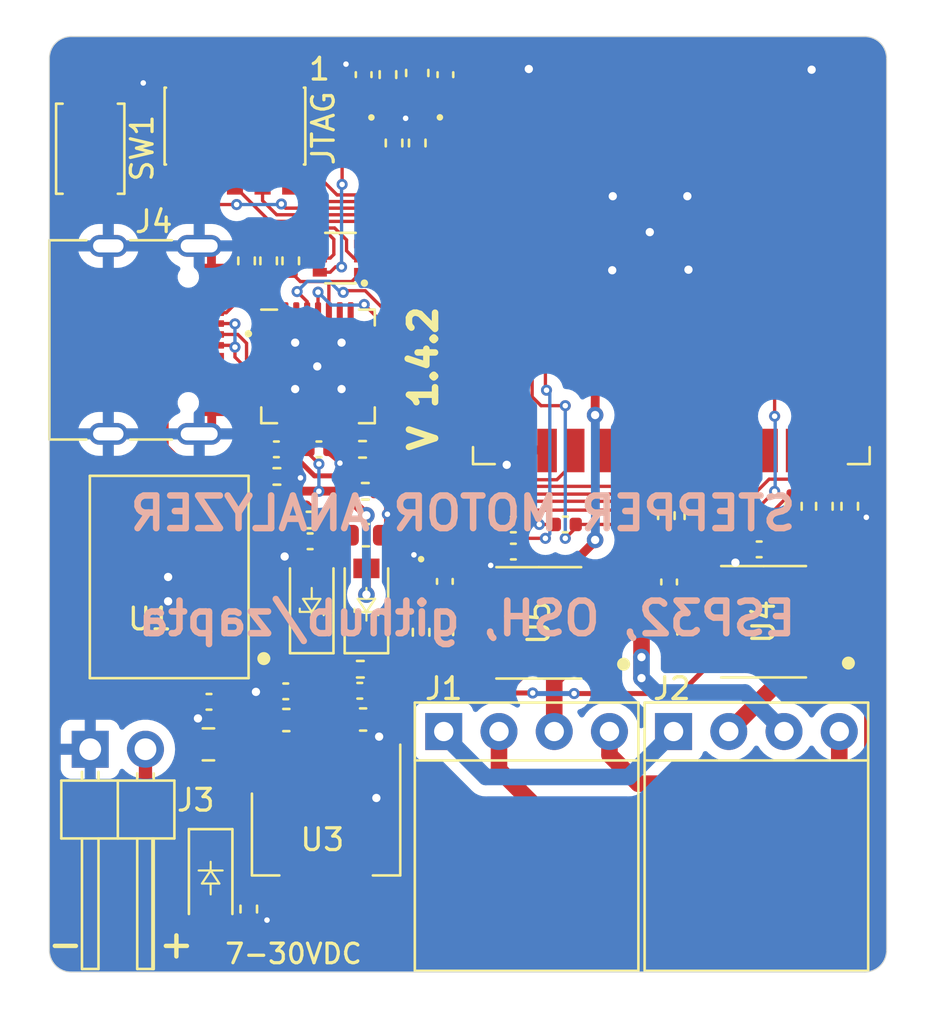
<source format=kicad_pcb>
(kicad_pcb (version 20221018) (generator pcbnew)
  (layers (0 "F.Cu" signal) (31 "B.Cu" signal) (34 "B.Paste" user) (35 "F.Paste" user) (36 "B.SilkS" user "B.Silkscreen") (37 "F.SilkS" user "F.Silkscreen") (38 "B.Mask" user) (39 "F.Mask" user) (44 "Edge.Cuts" user))
  (net 0 "")
  (net 1 "Net-(D6-A)")
  (net 2 "Net-(#FLG02-pwr)")
  (net 3 "Net-(U3-VO)")
  (net 4 "Net-(U4-NC)")
  (net 5 "Net-(U5-NC)")
  (net 6 "Net-(D1-A)")
  (net 7 "Net-(D2-A)")
  (net 8 "Net-(D3-A)")
  (net 9 "GNDD")
  (net 10 "Net-(D4-A)")
  (net 11 "Net-(J1-Pin_1)")
  (net 14 "+3V3")
  (net 15 "Net-(J1-Pin_2)")
  (net 16 "Net-(J1-Pin_3)")
  (net 17 "Net-(J1-Pin_4)")
  (net 18 "Net-(J2-Pin_2)")
  (net 19 "Net-(J2-Pin_3)")
  (net 20 "Net-(J4-CC1)")
  (net 22 "Net-(J4-CC2)")
  (net 26 "Net-(Q1A-B1)")
  (net 27 "Net-(Q1B-B2)")
  (net 28 "Net-(U2-~{RSTb})")
  (net 29 "Net-(U2-RXD)")
  (net 30 "Net-(U2-TXD)")
  (net 31 "Net-(U4-VIOUT)")
  (net 32 "Net-(U5-VIOUT)")
  (net 51 "VBUS")
  (net 52 "EN")
  (net 53 "D+")
  (net 55 "D-")
  (net 57 "ESP_TMS")
  (net 58 "ESP_TCK")
  (net 64 "ESP_TDO")
  (net 65 "ESP_TDI")
  (net 66 "RTS")
  (net 67 "DTR")
  (net 68 "IO0")
  (net 69 "LED1")
  (net 70 "LED2")
  (net 71 "TXD0")
  (net 72 "RXD0")
  (net 73 "CHB")
  (net 74 "CHA")
  (net 75 "CFG1")
  (net 76 "CFG2")
  (net 77 "SWITCH")
  (net 89 "Net-(#FLG03-pwr)")
  (footprint "Capacitor_SMD:C_0402_1005Metric" (layer "F.Cu") (at 10.8712 -12.9032)
    (fp_text reference "C8" hide)
    (fp_text value "100n")
  )
  (footprint "Capacitor_SMD:C_0603_1608Metric" (layer "F.Cu") (at 14.4272 -11.6078 180)
    (fp_text reference "C10" hide)
    (fp_text value "10u")
  )
  (footprint "Capacitor_SMD:C_0402_1005Metric" (layer "F.Cu") (at 14.2748 -12.9286 180)
    (fp_text reference "C11" hide)
    (fp_text value "100n")
  )
  (footprint "Capacitor_SMD:C_0402_1005Metric" (layer "F.Cu") (at 12.3952 -24.0262 180)
    (fp_text reference "C4" hide)
    (fp_text value "100n")
  )
  (footprint "Capacitor_SMD:C_0402_1005Metric" (layer "F.Cu") (at 10.4394 -24.0262)
    (fp_text reference "C7" hide)
    (fp_text value "100n")
  )
  (footprint "Resistor_SMD:R_0402_1005Metric" (layer "F.Cu") (at 17.0942 -15.6188 -90)
    (fp_text reference "R6" hide)
    (fp_text value "5K1")
  )
  (footprint "Resistor_SMD:R_0402_1005Metric" (layer "F.Cu") (at 15.8496 -38.1069 -90)
    (fp_text reference "R1" hide)
    (fp_text value "5K1")
  )
  (footprint "Resistor_SMD:R_0402_1005Metric" (layer "F.Cu") (at 16.9164 -38.1069 -90)
    (fp_text reference "R2" hide)
    (fp_text value "5K1")
  )
  (footprint "Resistor_SMD:R_0402_1005Metric" (layer "F.Cu") (at 14.4018 -24.0262)
    (fp_text reference "R7" hide)
    (fp_text value "5K1")
  )
  (footprint "stepper_monitor:QFN-28-1EP_5x5mm_P0.5mm_EP3.35x3.35mm" (layer "F.Cu") (at 12.3538 -27.838284 -90)
    (fp_text reference "U2" hide)
    (fp_text value "CP2102N-A01-GQFN28")
  )
  (footprint "stepper_monitor:ESP32-WROOM-32U" (layer "F.Cu") (at 28.6004 -32.4268 90)
    (fp_text reference "U6" hide)
    (fp_text value "ESP32-WROOM-32U-N4")
  )
  (footprint "stepper_monitor:USB_C_Receptacle_XKB_U262-16XN-4BVC11" (layer "F.Cu") (at 5.2846 -29.0574 -90)
    (fp_text reference "J4")
    (fp_text value "USB_C_Receptacle_USB2.0")
  )
  (footprint "Resistor_SMD:R_0402_1005Metric" (layer "F.Cu") (at 9.0678 -32.6898 -90)
    (fp_text reference "R4" hide)
    (fp_text value "5K1")
  )
  (footprint "Resistor_SMD:R_0402_1005Metric" (layer "F.Cu") (at 10.4648 -22.7816 180)
    (fp_text reference "R5" hide)
    (fp_text value "5K1")
  )
  (footprint "Capacitor_SMD:C_0402_1005Metric" (layer "F.Cu") (at 32.639 -19.4288)
    (fp_text reference "C14" hide)
    (fp_text value "100n")
  )
  (footprint "stepper_monitor:SOIC-8_3.9x4.9mm_P1.27mm" (layer "F.Cu") (at 32.8422 -16.1014 90)
    (fp_text reference "U4")
    (fp_text value "CC6920BSO-5A")
  )
  (footprint "Resistor_SMD:R_0402_1005Metric" (layer "F.Cu") (at 36.8046 -21.41 -90)
    (fp_text reference "R17" hide)
    (fp_text value "DNP")
  )
  (footprint "Capacitor_SMD:C_0402_1005Metric" (layer "F.Cu") (at 28.4988 -17.9302 -90)
    (fp_text reference "C15" hide)
    (fp_text value "DNP")
  )
  (footprint "Resistor_SMD:R_0402_1005Metric" (layer "F.Cu") (at 28.4988 -15.6696 -90)
    (fp_text reference "R19" hide)
    (fp_text value "1K")
  )
  (footprint "stepper_monitor:connector_4pins_horizontal" (layer "F.Cu") (at 21.9454 -11.056 180)
    (fp_text reference "J1")
    (fp_text value "Conn_01x04_Pin")
  )
  (footprint "stepper_monitor:D_SOD-123" (layer "F.Cu") (at 12.065 -16.9042 90)
    (fp_text reference "D6" hide)
    (fp_text value "B5819W ")
  )
  (footprint "Capacitor_SMD:C_0402_1005Metric" (layer "F.Cu") (at 7.3406 -12.4206)
    (fp_text reference "C2" hide)
    (fp_text value "100n 50V")
  )
  (footprint "Resistor_SMD:R_0402_1005Metric" (layer "F.Cu") (at 14.3002 -13.9192 180)
    (fp_text reference "R16" hide)
    (fp_text value "0R")
  )
  (footprint "stepper_monitor:SOT-223-3_TabPin2" (layer "F.Cu") (at 12.7254 -6.3508 90)
    (fp_text reference "U3")
    (fp_text value "AMS1117-3.3")
  )
  (footprint "Capacitor_SMD:C_0805_2012Metric" (layer "F.Cu") (at 7.3152 -10.4648)
    (fp_text reference "C1" hide)
    (fp_text value "10u 50V")
  )
  (footprint "Capacitor_SMD:C_0402_1005Metric" (layer "F.Cu") (at 14.4526 -41.2494 -90)
    (fp_text reference "C9" hide)
    (fp_text value "2u2")
  )
  (footprint "Resistor_SMD:R_0402_1005Metric" (layer "F.Cu") (at 11.9888 -20.7772)
    (fp_text reference "R8" hide)
    (fp_text value "10K")
  )
  (footprint "Capacitor_SMD:C_0402_1005Metric" (layer "F.Cu") (at 18.1864 -17.9556 -90)
    (fp_text reference "C18" hide)
    (fp_text value "DNP")
  )
  (footprint "Capacitor_SMD:C_0402_1005Metric" (layer "F.Cu") (at 23.7236 -20.574 180)
    (fp_text reference "C16" hide)
    (fp_text value "2n2")
  )
  (footprint "Resistor_SMD:R_0402_1005Metric" (layer "F.Cu") (at 35.6362 -21.41 -90)
    (fp_text reference "R18" hide)
    (fp_text value "DNP")
  )
  (footprint "Resistor_SMD:R_0402_1005Metric" (layer "F.Cu") (at 28.3718 -20.9782 -90)
    (fp_text reference "R15" hide)
    (fp_text value "1K")
  )
  (footprint "stepper_monitor:SW_Push_SPST_NO_Alps_SKRK" (layer "F.Cu") (at 1.8796 -37.8438 -90)
    (fp_text reference "SW1")
    (fp_text value "SW_Push")
  )
  (footprint "stepper_monitor:D2_SOD-123" (layer "F.Cu") (at 7.4168 -4.318 -90)
    (fp_text reference "D3" hide)
    (fp_text value "SM4007PL")
  )
  (footprint "stepper_monitor:Converter_DCDC" (layer "F.Cu") (at 5.2324 -18.1588 90)
    (fp_text reference "U1")
    (fp_text value "5V")
  )
  (footprint "Resistor_SMD:R_0402_1005Metric" (layer "F.Cu") (at 11.0998 -32.6898 -90)
    (fp_text reference "R11" hide)
    (fp_text value "5K1")
  )
  (footprint "Resistor_SMD:R_0402_1005Metric" (layer "F.Cu") (at 9.1694 -2.8956 -90)
    (fp_text reference "R3" hide)
    (fp_text value "200K")
  )
  (footprint "stepper_monitor:LED_0402_1005Metric_Pad0.77x0.64mm_HandSolder" (layer "F.Cu") (at 14.8082 -38.0815 -90)
    (fp_text reference "D1" hide)
    (fp_text value "RED")
  )
  (footprint "Capacitor_SMD:C_0603_1608Metric" (layer "F.Cu") (at 14.5542 -20.0792 180)
    (fp_text reference "C5" hide)
    (fp_text value "10u")
  )
  (footprint "Resistor_SMD:R_0402_1005Metric" (layer "F.Cu") (at 15.5702 -41.2516 90)
    (fp_text reference "R12" hide)
    (fp_text value "10K")
  )
  (footprint "Capacitor_SMD:C_0402_1005Metric" (layer "F.Cu") (at 11.9914 -19.7998)
    (fp_text reference "C3" hide)
    (fp_text value "100n")
  )
  (footprint "Resistor_SMD:R_0402_1005Metric" (layer "F.Cu") (at 29.591 -20.9782 -90)
    (fp_text reference "R14" hide)
    (fp_text value "1K")
  )
  (footprint "stepper_monitor:SOT-363_SC-70-6" (layer "F.Cu") (at 13.3858 -32.8168 90)
    (fp_text reference "Q1" hide)
    (fp_text value "MMDT2222A")
  )
  (footprint "stepper_monitor:LED_0402_1005Metric_Pad0.77x0.64mm_HandSolder" (layer "F.Cu") (at 17.0942 -17.7778 -90)
    (fp_text reference "D4" hide)
    (fp_text value "RED")
  )
  (footprint "Resistor_SMD:R_0402_1005Metric" (layer "F.Cu") (at 14.5288 -22.098 180)
    (fp_text reference "R9" hide)
    (fp_text value "10K")
  )
  (footprint "Resistor_SMD:R_0402_1005Metric" (layer "F.Cu") (at 18.1864 -15.6442 -90)
    (fp_text reference "R20" hide)
    (fp_text value "1K")
  )
  (footprint "stepper_monitor:LED_0402_1005Metric_Pad0.77x0.64mm_HandSolder" (layer "F.Cu") (at 17.9578 -38.0863 -90)
    (fp_text reference "D2" hide)
    (fp_text value "GREEN")
  )
  (footprint "stepper_monitor:PinHeader_1x02_P2.54mm_Horizontal_JLCPCB" (layer "F.Cu") (at 3.1494 -10.241 180)
    (fp_text reference "J3")
    (fp_text value "Conn_01x02_Pin" hide)
  )
  (footprint "stepper_monitor:SOIC-8_3.9x4.9mm_P1.27mm" (layer "F.Cu") (at 22.5044 -16.0506 90)
    (fp_text reference "U5")
    (fp_text value "CC6920BSO-5A")
  )
  (footprint "Capacitor_SMD:C_0402_1005Metric" (layer "F.Cu") (at 21.336 -20.574)
    (fp_text reference "C19" hide)
    (fp_text value "2n2")
  )
  (footprint "Capacitor_SMD:C_0402_1005Metric" (layer "F.Cu") (at 21.336 -19.3272)
    (fp_text reference "C17" hide)
    (fp_text value "100n")
  )
  (footprint "Capacitor_SMD:C_0603_1608Metric" (layer "F.Cu") (at 10.8966 -11.5824)
    (fp_text reference "C6" hide)
    (fp_text value "10u")
  )
  (footprint "Resistor_SMD:R_0402_1005Metric" (layer "F.Cu") (at 34.2138 -21.41 -90)
    (fp_text reference "R13" hide)
    (fp_text value "10K")
  )
  (footprint "Resistor_SMD:R_0402_1005Metric" (layer "F.Cu") (at 10.0838 -32.6898 90)
    (fp_text reference "R10" hide)
    (fp_text value "5K1")
  )
  (footprint "stepper_monitor:PinHeader_2x05_P1.27mm_Vertical_SMD" (layer "F.Cu") (at 8.5344 -38.8852 180)
    (fp_text reference "J5" hide)
    (fp_text value "JTAG")
  )
  (footprint "Capacitor_SMD:C_0402_1005Metric" (layer "F.Cu") (at 18.2118 -41.2474 90)
    (fp_text reference "C13" hide)
    (fp_text value "100n")
  )
  (footprint "stepper_monitor:D_SOD-123" (layer "F.Cu") (at 14.5796 -16.9042 90)
    (fp_text reference "D5" hide)
    (fp_text value "B5819W ")
  )
  (footprint "Capacitor_SMD:C_0603_1608Metric" (layer "F.Cu") (at 16.9164 -41.3258 -90)
    (fp_text reference "C12" hide)
    (fp_text value "10u")
  )
  (footprint "stepper_monitor:connector_4pins_horizontal" (layer "F.Cu") (at 32.512 -11.056 180)
    (fp_text reference "J2")
    (fp_text value "Conn_01x04_Pin" hide)
  )
  (gr_line (start 1 -43) (end 37.5 -43) (stroke (width 0.05)) (layer "Edge.Cuts"))
  (gr_arc (start 0 -42) (mid 0.292893 -42.707107) (end 1 -43) (stroke (width 0.05)) (layer "Edge.Cuts"))
  (gr_arc (start 1 0) (mid 0.292893 -0.292893) (end 0 -1) (stroke (width 0.05)) (layer "Edge.Cuts"))
  (gr_arc (start 37.5 -43) (mid 38.207107 -42.707107) (end 38.5 -42) (stroke (width 0.05)) (layer "Edge.Cuts"))
  (gr_line (start 38.5 -1) (end 38.5 -42) (stroke (width 0.05)) (layer "Edge.Cuts"))
  (gr_line (start 1 0) (end 37.5 0) (stroke (width 0.05)) (layer "Edge.Cuts"))
  (gr_arc (start 38.5 -1) (mid 38.207107 -0.292893) (end 37.5 0) (stroke (width 0.05)) (layer "Edge.Cuts"))
  (gr_line (start 0 -42) (end 0 -1) (stroke (width 0.05)) (layer "Edge.Cuts"))
  (gr_text "STEPPER MOTOR ANALYZER\n\nESP32, OSH, github/zapta" (at 34.4678 -18.669) (layer "B.SilkS") (effects (font (size 1.5 1.5) (thickness 0.3)) (justify left mirror)))
  (gr_text "+" (at 5.842 -1.2954) (layer "F.SilkS") (effects (font (size 1.27 1.27) (thickness 0.2032))))
  (gr_text "V 1.4.2" (at 17.1958 -23.8252 90) (layer "F.SilkS") (effects (font (size 1.2 1.2) (thickness 0.3)) (justify left)))
  (gr_text "7-30VDC" (at 11.2268 -0.8382) (layer "F.SilkS") (effects (font (size 0.9 0.9))))
  (gr_text "1" (at 12.4206 -41.5036) (layer "F.SilkS") (effects (font (size 1 1))))
  (gr_text "-" (at 0.7366 -1.2954) (layer "F.SilkS") (effects (font (size 1.27 1.27) (thickness 0.2032))))
  (gr_text "JTAG" (at 12.5984 -38.7858 90) (layer "F.SilkS") (effects (font (size 1 1))))
  (segment (start 12.4714 -19.7998) (end 12.4714 -18.9606) (width 0.4064) (layer "F.Cu") (net 1))
  (segment (start 12.4714 -18.9606) (end 12.065 -18.5542) (width 0.4064) (layer "F.Cu") (net 1))
  (segment (start 12.4714 -20.763) (end 12.4988 -20.7904) (width 0.3048) (layer "F.Cu") (net 1))
  (segment (start 13.4998 -19.7998) (end 13.7792 -20.0792) (width 0.3048) (layer "F.Cu") (net 1))
  (segment (start 10.0054 -20.6988) (end 8.3518 -20.6988) (width 0.4064) (layer "F.Cu") (net 1))
  (segment (start 10.7726 -21.466) (end 10.0054 -20.6988) (width 0.4064) (layer "F.Cu") (net 1))
  (segment (start 12.4714 -19.7998) (end 13.4998 -19.7998) (width 0.3048) (layer "F.Cu") (net 1))
  (segment (start 12.4988 -20.7904) (end 11.8232 -21.466) (width 0.4064) (layer "F.Cu") (net 1))
  (segment (start 11.8232 -21.466) (end 10.7726 -21.466) (width 0.4064) (layer "F.Cu") (net 1))
  (segment (start 12.4714 -19.7998) (end 12.4714 -20.763) (width 0.4064) (layer "F.Cu") (net 1))
  (segment (start 7.4168 -4.6482) (end 7.4168 -5.968) (width 0.2286) (layer "F.Cu") (net 2))
  (segment (start 9.1694 -3.4056) (end 8.6594 -3.4056) (width 0.2286) (layer "F.Cu") (net 2))
  (segment (start 8.2652 -15.5322) (end 8.3518 -15.6188) (width 0.4064) (layer "F.Cu") (net 2))
  (segment (start 7.4168 -5.968) (end 7.4168 -7.6454) (width 0.6096) (layer "F.Cu") (net 2))
  (segment (start 8.6594 -3.4056) (end 7.4168 -4.6482) (width 0.2286) (layer "F.Cu") (net 2))
  (segment (start 8.2652 -8.4938) (end 8.2652 -10.4648) (width 0.6096) (layer "F.Cu") (net 2))
  (segment (start 8.2652 -10.4648) (end 8.2652 -15.5322) (width 0.6096) (layer "F.Cu") (net 2))
  (segment (start 7.4168 -7.6454) (end 8.2652 -8.4938) (width 0.6096) (layer "F.Cu") (net 2))
  (segment (start 13.7948 -11.7504) (end 13.6522 -11.6078) (width 0.4064) (layer "F.Cu") (net 3))
  (segment (start 12.7254 -11.049) (end 12.7254 -9.5008) (width 0.4064) (layer "F.Cu") (net 3))
  (segment (start 13.6522 -11.6078) (end 13.2842 -11.6078) (width 0.4064) (layer "F.Cu") (net 3))
  (segment (start 13.7948 -12.9286) (end 13.7948 -11.7504) (width 0.4064) (layer "F.Cu") (net 3))
  (segment (start 13.7648 -12.9586) (end 13.7948 -12.9286) (width 0.4064) (layer "F.Cu") (net 3))
  (segment (start 13.2842 -11.6078) (end 12.7254 -11.049) (width 0.4064) (layer "F.Cu") (net 3))
  (segment (start 12.7254 -9.5008) (end 12.7254 -3.2008) (width 0.6096) (layer "F.Cu") (net 3))
  (segment (start 13.7648 -14.0208) (end 13.7648 -12.9586) (width 0.4064) (layer "F.Cu") (net 3))
  (segment (start 29.3624 -16.7364) (end 30.3672 -16.7364) (width 0.1524) (layer "F.Cu") (net 4))
  (segment (start 28.4988 -17.4502) (end 28.6486 -17.4502) (width 0.1524) (layer "F.Cu") (net 4))
  (segment (start 28.6486 -17.4502) (end 29.3624 -16.7364) (width 0.1524) (layer "F.Cu") (net 4))
  (segment (start 18.1864 -17.4756) (end 18.9764 -16.6856) (width 0.1524) (layer "F.Cu") (net 5))
  (segment (start 18.9764 -16.6856) (end 20.0294 -16.6856) (width 0.1524) (layer "F.Cu") (net 5))
  (segment (start 15.8496 -38.6169) (end 15.8496 -38.5504) (width 0.1524) (layer "F.Cu") (net 6))
  (segment (start 15.8496 -38.5504) (end 14.8082 -37.509) (width 0.1524) (layer "F.Cu") (net 6))
  (segment (start 16.9164 -38.5552) (end 17.9578 -37.5138) (width 0.1524) (layer "F.Cu") (net 7))
  (segment (start 16.9164 -38.6169) (end 16.9164 -38.5552) (width 0.1524) (layer "F.Cu") (net 7))
  (segment (start 7.5184 -2.6426) (end 6.5268 -2.6426) (width 0.6096) (layer "F.Cu") (net 8))
  (segment (start 6.5268 -2.6426) (end 4.4194 -4.75) (width 0.6096) (layer "F.Cu") (net 8))
  (segment (start 4.4194 -4.75) (end 4.4194 -10.241) (width 0.6096) (layer "F.Cu") (net 8))
  (segment (start 15.189 -11.5946) (end 15.189 -9.3706) (width 0.6096) (layer "F.Cu") (net 9))
  (segment (start 9.8044 -40.8352) (end 4.3492 -40.8352) (width 0.3048) (layer "F.Cu") (net 9))
  (segment (start 30.7336 -18.0064) (end 32.156 -19.4288) (width 0.1524) (layer "F.Cu") (net 9))
  (segment (start 6.8326 -11.6586) (end 6.8326 -10.9322) (width 0.4064) (layer "F.Cu") (net 9))
  (segment (start 17.3736 -39.243) (end 16.383 -39.243) (width 0.1524) (layer "F.Cu") (net 9))
  (segment (start 29.2376 -18.0064) (end 30.3672 -18.0064) (width 0.1524) (layer "F.Cu") (net 9))
  (segment (start 8.3518 -18.1588) (end 9.7586 -18.1588) (width 0.3048) (layer "F.Cu") (net 9))
  (segment (start 7.4546 -32.2574) (end 8.1254 -32.2574) (width 0.1524) (layer "F.Cu") (net 9))
  (segment (start 36.8046 -20.9) (end 35.6362 -20.9) (width 0.1524) (layer "F.Cu") (net 9))
  (segment (start 6.8326 -11.6586) (end 6.8606 -11.6866) (width 0.4064) (layer "F.Cu") (net 9))
  (segment (start 20.2944 -18.6924) (end 20.2944 -18.2206) (width 0.1524) (layer "F.Cu") (net 9))
  (segment (start 2.8022 -40.8664) (end 4.318 -40.8664) (width 0.1524) (layer "F.Cu") (net 9))
  (segment (start 15.5428 -21.8206) (end 15.5428 -21.0444) (width 0.3048) (layer "F.Cu") (net 9))
  (segment (start 14.7548 -12.2576) (end 15.127 -11.8854) (width 0.3048) (layer "F.Cu") (net 9))
  (segment (start 11.8538 -28.338284) (end 12.3538 -27.838284) (width 0.1524) (layer "F.Cu") (net 9))
  (segment (start 8.1254 -32.2574) (end 9.0678 -33.1998) (width 0.1524) (layer "F.Cu") (net 9))
  (segment (start 17.9578 -38.6588) (end 17.3736 -39.243) (width 0.1524) (layer "F.Cu") (net 9))
  (segment (start 37.1004 -41.508) (end 35.0836 -41.508) (width 0.4064) (layer "F.Cu") (net 9))
  (segment (start 12.8752 -23.7875) (end 12.8752 -24.0262) (width 0.1524) (layer "F.Cu") (net 9))
  (segment (start 10.2362 -25.1184) (end 10.2362 -24.8136) (width 0.1524) (layer "F.Cu") (net 9))
  (segment (start 12.3538 -27.838284) (end 10.2362 -25.720684) (width 0.1524) (layer "F.Cu") (net 9))
  (segment (start 9.1694 -2.3856) (end 10.0056 -2.3856) (width 0.2286) (layer "F.Cu") (net 9))
  (segment (start 11.5114 -19.7998) (end 11.5114 -20.7578) (width 0.3048) (layer "F.Cu") (net 9))
  (segment (start 10.9748 -22.7816) (end 11.480543 -22.7816) (width 0.1524) (layer "F.Cu") (net 9))
  (segment (start 10.1216 -11.6208) (end 9.4996 -12.2428) (width 0.2286) (layer "F.Cu") (net 9))
  (segment (start 17.2898 -41.7274) (end 16.9164 -42.1008) (width 0.1524) (layer "F.Cu") (net 9))
  (segment (start 19.881 -41.7274) (end 18.2118 -41.7274) (width 0.1524) (layer "F.Cu") (net 9))
  (segment (start 5.461 -13.8202) (end 5.461 -17.0416) (width 0.4064) (layer "F.Cu") (net 9))
  (segment (start 18.6664 -17.9556) (end 20.0294 -17.9556) (width 0.1524) (layer "F.Cu") (net 9))
  (segment (start 5.461 -18.1588) (end 8.3518 -18.1588) (width 0.4064) (layer "F.Cu") (net 9))
  (segment (start 18.1864 -18.4356) (end 18.6664 -17.9556) (width 0.1524) (layer "F.Cu") (net 9))
  (segment (start 9.525 -12.9032) (end 9.4996 -12.8778) (width 0.2286) (layer "F.Cu") (net 9))
  (segment (start 6.8606 -11.6866) (end 6.8606 -12.4206) (width 0.4064) (layer "F.Cu") (net 9))
  (segment (start 9.7312 -18.0196) (end 11.5114 -19.7998) (width 0.3048) (layer "F.Cu") (net 9))
  (segment (start 14.7548 -12.9286) (end 14.7548 -12.2576) (width 0.3048) (layer "F.Cu") (net 9))
  (segment (start 15.0388 -22.098) (end 15.2654 -22.098) (width 0.3048) (layer "F.Cu") (net 9))
  (segment (start 20.1004 -41.508) (end 19.881 -41.7274) (width 0.1524) (layer "F.Cu") (net 9))
  (segment (start 18.2118 -41.7274) (end 17.2898 -41.7274) (width 0.1524) (layer "F.Cu") (net 9))
  (segment (start 4.3492 -40.8352) (end 4.318 -40.8664) (width 0.2286) (layer "F.Cu") (net 9))
  (segment (start 17.0942 -18.3503) (end 16.764 -18.6805) (width 0.1524) (layer "F.Cu") (net 9))
  (segment (start 10.1216 -11.5824) (end 10.1216 -11.6208) (width 0.2286) (layer "F.Cu") (net 9))
  (segment (start 11.093884 -28.338284) (end 11.8538 -28.338284) (width 0.1524) (layer "F.Cu") (net 9))
  (segment (start 5.461 -18.1588) (end 5.461 -17.0416) (width 0.4064) (layer "F.Cu") (net 9))
  (segment (start 15.2022 -11.6078) (end 15.189 -11.5946) (width 0.6096) (layer "F.Cu") (net 9))
  (segment (start 30.3672 -18.0064) (end 30.7336 -18.0064) (width 0.1524) (layer "F.Cu") (net 9))
  (segment (start 2.6718 -18.1588) (end 5.461 -18.1588) (width 0.4064) (layer "F.Cu") (net 9))
  (segment (start 15.5428 -21.0444) (end 15.5428 -20.2928) (width 0.3048) (layer "F.Cu") (net 9))
  (segment (start 23.2436 -20.574) (end 22.5298 -20.574) (width 0.1524) (layer "F.Cu") (net 9))
  (segment (start 6.8326 -10.9322) (end 6.3652 -10.4648) (width 0.4064) (layer "F.Cu") (net 9))
  (segment (start 28.8338 -18.4102) (end 29.2376 -18.0064) (width 0.1524) (layer "F.Cu") (net 9))
  (segment (start 20.2944 -18.2206) (end 20.0294 -17.9556) (width 0.1524) (layer "F.Cu") (net 9))
  (segment (start 10.0056 -2.3856) (end 10.0076 -2.3876) (width 0.2286) (layer "F.Cu") (net 9))
  (segment (start 11.5114 -20.7578) (end 11.4788 -20.7904) (width 0.3048) (layer "F.Cu") (net 9))
  (segment (start 9.9038 -28.338284) (end 11.093884 -28.338284) (width 0.1524) (layer "F.Cu") (net 9))
  (segment (start 11.480543 -22.7816) (end 11.547043 -22.7151) (width 0.1524) (layer "F.Cu") (net 9))
  (segment (start 13.6424 -41.7294) (end 13.6396 -41.7322) (width 0.1524) (layer "F.Cu") (net 9))
  (segment (start 35.0836 -41.508) (end 35.0518 -41.4762) (width 0.2286) (layer "F.Cu") (net 9))
  (segment (start 15.5428 -20.2928) (end 15.3292 -20.0792) (width 0.3048) (layer "F.Cu") (net 9))
  (segment (start 32.156 -19.4288) (end 32.159 -19.4288) (width 0.1524) (layer "F.Cu") (net 9))
  (segment (start 1.8796 -39.9438) (end 2.8022 -40.8664) (width 0.1524) (layer "F.Cu") (net 9))
  (segment (start 7.161 -33.3774) (end 7.4546 -33.0838) (width 0.4064) (layer "F.Cu") (net 9))
  (segment (start 10.2362 -25.720684) (end 10.2362 -25.1184) (width 0.1524) (layer "F.Cu") (net 9))
  (segment (start 37.5646 -20.9) (end 37.5666 -20.902) (width 0.1524) (layer "F.Cu") (net 9))
  (segment (start 22.8854 -23.998) (end 21.7142 -23.998) (width 0.4064) (layer "F.Cu") (net 9))
  (segment (start 21.7142 -23.998) (end 21.0312 -23.315) (width 0.4064) (layer "F.Cu") (net 9))
  (segment (start 13.3604 -23.3934) (end 12.8752 -23.7875) (width 0.1524) (layer "F.Cu") (net 9))
  (segment (start 15.0368 -8.001) (end 15.0254 -8.114) (width 0.6096) (layer "F.Cu") (net 9))
  (segment (start 14.4526 -41.7294) (end 13.6424 -41.7294) (width 0.1524) (layer "F.Cu") (net 9))
  (segment (start 6.8606 -12.4206) (end 5.461 -13.8202) (width 0.4064) (layer "F.Cu") (net 9))
  (segment (start 15.2654 -22.098) (end 15.5428 -21.8206) (width 0.3048) (layer "F.Cu") (net 9))
  (segment (start 15.3972 -39.243) (end 16.383 -39.243) (width 0.1524) (layer "F.Cu") (net 9))
  (segment (start 10.3912 -12.9032) (end 9.525 -12.9032) (width 0.2286) (layer "F.Cu") (net 9))
  (segment (start 6.8896 -33.3774) (end 7.161 -33.3774) (width 0.4064) (layer "F.Cu") (net 9))
  (segment (start 20.856 -19.3272) (end 20.856 -19.254) (width 0.1524) (layer "F.Cu") (net 9))
  (segment (start 15.0254 -8.114) (end 15.0254 -9.5008) (width 0.6096) (layer "F.Cu") (net 9))
  (segment (start 22.5298 -20.574) (end 21.816 -20.574) (width 0.1524) (layer "F.Cu") (net 9))
  (segment (start 10.2362 -24.8136) (end 10.894 -24.1558) (width 0.1524) (layer "F.Cu") (net 9))
  (segment (start 7.4546 -33.0838) (end 7.4546 -32.2574) (width 0.4064) (layer "F.Cu") (net 9))
  (segment (start 16.764 -18.6805) (end 16.764 -19.177) (width 0.1524) (layer "F.Cu") (net 9))
  (segment (start 7.4674 -25.1129) (end 7.4674 -25.5815) (width 0.4064) (layer "F.Cu") (net 9))
  (segment (start 36.8046 -20.9) (end 37.5646 -20.9) (width 0.1524) (layer "F.Cu") (net 9))
  (segment (start 20.1004 -41.508) (end 22.047 -41.508) (width 0.4064) (layer "F.Cu") (net 9))
  (segment (start 10.894 -24.1558) (end 10.894 -24.0516) (width 0.1524) (layer "F.Cu") (net 9))
  (segment (start 20.856 -19.254) (end 20.2944 -18.6924) (width 0.1524) (layer "F.Cu") (net 9))
  (segment (start 9.4996 -12.2428) (end 9.4996 -12.8778) (width 0.2286) (layer "F.Cu") (net 9))
  (segment (start 14.8082 -38.654) (end 15.3972 -39.243) (width 0.1524) (layer "F.Cu") (net 9))
  (segment (start 28.4988 -18.4102) (end 28.8338 -18.4102) (width 0.1524) (layer "F.Cu") (net 9))
  (via (at 11.303 -28.9306) (size 0.762) (drill 0.381) (layers "F.Cu" "B.Cu") (net 9))
  (via (at 6.8326 -11.6586) (size 0.762) (drill 0.381) (layers "F.Cu" "B.Cu") (net 9))
  (via (at 13.4366 -28.9306) (size 0.762) (drill 0.381) (layers "F.Cu" "B.Cu") (net 9))
  (via (at 13.3604 -23.3934) (size 0.508) (drill 0.254) (layers "F.Cu" "B.Cu") (net 9))
  (via (at 31.5466 -18.8194) (size 0.762) (drill 0.381) (layers "F.Cu" "B.Cu") (net 9))
  (via (at 15.0368 -8.001) (size 0.762) (drill 0.381) (layers "F.Cu" "B.Cu") (net 9))
  (via (at 13.6396 -41.7322) (size 0.508) (drill 0.254) (layers "F.Cu" "B.Cu") (net 9))
  (via (at 29.3878 -32.2834) (size 0.762) (drill 0.381) (layers "F.Cu" "B.Cu") (net 9))
  (via (at 16.764 -19.177) (size 0.508) (drill 0.254) (layers "F.Cu" "B.Cu") (net 9))
  (via (at 25.8826 -32.258) (size 0.762) (drill 0.381) (layers "F.Cu" "B.Cu") (net 9))
  (via (at 10.0076 -2.3876) (size 0.508) (drill 0.254) (layers "F.Cu" "B.Cu") (net 9))
  (via (at 12.319 -27.8384) (size 0.762) (drill 0.381) (layers "F.Cu" "B.Cu") (net 9))
  (via (at 13.4366 -26.797) (size 0.762) (drill 0.381) (layers "F.Cu" "B.Cu") (net 9))
  (via (at 11.547043 -22.7151) (size 0.508) (drill 0.254) (layers "F.Cu" "B.Cu") (net 9))
  (via (at 29.337 -35.6616) (size 0.762) (drill 0.381) (layers "F.Cu" "B.Cu") (net 9))
  (via (at 35.0518 -41.4762) (size 0.762) (drill 0.381) (layers "F.Cu" "B.Cu") (net 9))
  (via (at 25.908 -35.6616) (size 0.762) (drill 0.381) (layers "F.Cu" "B.Cu") (net 9))
  (via (at 10.8204 -19.1008) (size 0.762) (drill 0.381) (layers "F.Cu" "B.Cu") (net 9))
  (via (at 16.383 -39.243) (size 0.508) (drill 0.254) (layers "F.Cu" "B.Cu") (net 9))
  (via (at 21.0312 -23.315) (size 0.762) (drill 0.381) (layers "F.Cu" "B.Cu") (net 9))
  (via (at 15.1638 -10.8204) (size 0.762) (drill 0.381) (layers "F.Cu" "B.Cu") (net 9))
  (via (at 4.318 -40.8664) (size 0.762) (drill 0.254) (layers "F.Cu" "B.Cu") (net 9))
  (via (at 5.461 -17.0416) (size 0.762) (drill 0.381) (layers "F.Cu" "B.Cu") (net 9))
  (via (at 15.5428 -21.0444) (size 0.508) (drill 0.254) (layers "F.Cu" "B.Cu") (net 9))
  (via (at 22.5298 -20.574) (size 0.508) (drill 0.254) (layers "F.Cu" "B.Cu") (net 9))
  (via (at 9.4996 -12.8778) (size 0.762) (drill 0.381) (layers "F.Cu" "B.Cu") (net 9))
  (via (at 37.5666 -20.902) (size 0.508) (drill 0.254) (layers "F.Cu" "B.Cu") (net 9))
  (via (at 5.461 -18.1588) (size 0.762) (drill 0.381) (layers "F.Cu" "B.Cu") (net 9))
  (via (at 22.047 -41.508) (size 0.762) (drill 0.381) (layers "F.Cu" "B.Cu") (net 9))
  (via (at 20.2944 -18.6924) (size 0.508) (drill 0.254) (layers "F.Cu" "B.Cu") (net 9))
  (via (at 11.303 -26.797) (size 0.762) (drill 0.381) (layers "F.Cu" "B.Cu") (net 9))
  (via (at 27.6098 -34.0106) (size 0.762) (drill 0.381) (layers "F.Cu" "B.Cu") (net 9))
  (segment (start 17.0942 -17.2053) (end 17.0942 -16.1288) (width 0.1524) (layer "F.Cu") (net 10))
  (segment (start 18.1354 -10.8968) (end 18.1354 -11.056) (width 0.762) (layer "B.Cu") (net 11))
  (segment (start 26.6446 -8.9662) (end 20.066 -8.9662) (width 0.762) (layer "B.Cu") (net 11))
  (segment (start 28.702 -11.056) (end 28.702 -11.0236) (width 0.762) (layer "B.Cu") (net 11))
  (segment (start 20.066 -8.9662) (end 18.1354 -10.8968) (width 0.762) (layer "B.Cu") (net 11))
  (segment (start 28.702 -11.0236) (end 26.6446 -8.9662) (width 0.762) (layer "B.Cu") (net 11))
  (segment (start 14.7848 -14.0208) (end 16.2052 -14.0208) (width 0.4064) (layer "F.Cu") (net 14))
  (segment (start 30.3672 -14.162) (end 29.0068 -12.8016) (width 0.2286) (layer "F.Cu") (net 14))
  (segment (start 10.5638 -23.4218) (end 11.576017 -23.4218) (width 0.2286) (layer "F.Cu") (net 14))
  (segment (start 9.9038 -26.338284) (end 9.9038 -26.0052) (width 0.2286) (layer "F.Cu") (net 14))
  (segment (start 15.7056 -41.7616) (end 15.5702 -41.7616) (width 0.3048) (layer "F.Cu") (net 14))
  (segment (start 25.1204 -29.8176) (end 23.7998 -31.1382) (width 0.4064) (layer "F.Cu") (net 14))
  (segment (start 32.0802 -15.1892) (end 32.0802 -17.727) (width 0.2286) (layer "F.Cu") (net 14))
  (segment (start 25.0952 -25.6032) (end 25.1204 -29.8176) (width 0.4064) (layer "F.Cu") (net 14))
  (segment (start 16.2052 -15.1088) (end 17.0942 -15.1088) (width 0.1524) (layer "F.Cu") (net 14))
  (segment (start 34.2138 -20.5236) (end 34.2138 -20.9) (width 0.1524) (layer "F.Cu") (net 14))
  (segment (start 20.1004 -40.238) (end 18.7412 -40.238) (width 0.3048) (layer "F.Cu") (net 14))
  (segment (start 18.4284 -40.5508) (end 16.9164 -40.5508) (width 0.3048) (layer "F.Cu") (net 14))
  (segment (start 23.7998 -37.945) (end 21.5068 -40.238) (width 0.4064) (layer "F.Cu") (net 14))
  (segment (start 16.2052 -14.0208) (end 16.8148 -13.4112) (width 0.4064) (layer "F.Cu") (net 14))
  (segment (start 30.3672 -14.1964) (end 31.0874 -14.1964) (width 0.3048) (layer "F.Cu") (net 14))
  (segment (start 16.8148 -13.4112) (end 21.463 -13.4112) (width 0.4064) (layer "F.Cu") (net 14))
  (segment (start 16.9164 -40.5508) (end 15.7056 -41.7616) (width 0.3048) (layer "F.Cu") (net 14))
  (segment (start 25.0952 -19.812) (end 25.0952 -19.8628) (width 0.4064) (layer "F.Cu") (net 14))
  (segment (start 32.0802 -17.727) (end 33.119 -18.7658) (width 0.2286) (layer "F.Cu") (net 14))
  (segment (start 21.816 -15.0578) (end 21.816 -19.3272) (width 0.2286) (layer "F.Cu") (net 14))
  (segment (start 12.190817 -22.807) (end 15.8772 -22.807) (width 0.2286) (layer "F.Cu") (net 14))
  (segment (start 20.0294 -14.1456) (end 20.9038 -14.1456) (width 0.1524) (layer "F.Cu") (net 14))
  (segment (start 14.9118 -22.8304) (end 14.9098 -22.8324) (width 0.1524) (layer "F.Cu") (net 14))
  (segment (start 23.2156 -17.9324) (end 25.0952 -19.812) (width 0.4064) (layer "F.Cu") (net 14))
  (segment (start 20.1422 -12.827) (end 22.225 -12.827) (width 0.2286) (layer "F.Cu") (net 14))
  (segment (start 21.5068 -40.238) (end 20.1004 -40.238) (width 0.4064) (layer "F.Cu") (net 14))
  (segment (start 20.0294 -14.1456) (end 20.0294 -13.4112) (width 0.2286) (layer "F.Cu") (net 14))
  (segment (start 11.576017 -23.4218) (end 12.190817 -22.807) (width 0.2286) (layer "F.Cu") (net 14))
  (segment (start 33.119 -18.7658) (end 33.119 -19.4288) (width 0.2286) (layer "F.Cu") (net 14))
  (segment (start 29.0068 -12.8016) (end 24.13 -12.8016) (width 0.2286) (layer "F.Cu") (net 14))
  (segment (start 14.9098 -22.8324) (end 14.9098 -24.0242) (width 0.2286) (layer "F.Cu") (net 14))
  (segment (start 33.119 -19.4288) (end 34.2138 -20.5236) (width 0.1524) (layer "F.Cu") (net 14))
  (segment (start 18.7412 -40.238) (end 18.4284 -40.5508) (width 0.3048) (layer "F.Cu") (net 14))
  (segment (start 20.0294 -12.9398) (end 20.1422 -12.827) (width 0.2286) (layer "F.Cu") (net 14))
  (segment (start 21.463 -13.4112) (end 23.2156 -15.1638) (width 0.4064) (layer "F.Cu") (net 14))
  (segment (start 9.9594 -24.0262) (end 10.5638 -23.4218) (width 0.2286) (layer "F.Cu") (net 14))
  (segment (start 16.2052 -22.479) (end 15.8772 -22.807) (width 0.2286) (layer "F.Cu") (net 14))
  (segment (start 20.0294 -13.4112) (end 20.0294 -12.9398) (width 0.2286) (layer "F.Cu") (net 14))
  (segment (start 14.9098 -24.0242) (end 14.9118 -24.0262) (width 0.1524) (layer "F.Cu") (net 14))
  (segment (start 9.5504 -25.6518) (end 9.5504 -24.4072) (width 0.2286) (layer "F.Cu") (net 14))
  (segment (start 23.2156 -15.1638) (end 23.2156 -17.9324) (width 0.4064) (layer "F.Cu") (net 14))
  (segment (start 9.9038 -26.0052) (end 9.5504 -25.6518) (width 0.2286) (layer "F.Cu") (net 14))
  (segment (start 31.0874 -14.1964) (end 32.0802 -15.1892) (width 0.2286) (layer "F.Cu") (net 14))
  (segment (start 16.2052 -22.479) (end 16.2052 -14.0208) (width 0.2286) (layer "F.Cu") (net 14))
  (segment (start 30.3672 -14.1964) (end 30.3672 -14.162) (width 0.2286) (layer "F.Cu") (net 14))
  (segment (start 9.9038 -26.838284) (end 9.9038 -26.338284) (width 0.2286) (layer "F.Cu") (net 14))
  (segment (start 23.7998 -31.1382) (end 23.7998 -37.945) (width 0.4064) (layer "F.Cu") (net 14))
  (segment (start 9.5504 -24.4072) (end 9.9314 -24.0262) (width 0.2286) (layer "F.Cu") (net 14))
  (segment (start 20.9038 -14.1456) (end 21.816 -15.0578) (width 0.2286) (layer "F.Cu") (net 14))
  (via (at 24.13 -12.8016) (size 0.508) (drill 0.254) (layers "F.Cu" "B.Cu") (net 14))
  (via (at 25.0952 -19.8628) (size 0.762) (drill 0.381) (layers "F.Cu" "B.Cu") (net 14))
  (via (at 22.225 -12.827) (size 0.508) (drill 0.254) (layers "F.Cu" "B.Cu") (net 14))
  (via (at 25.0952 -25.6032) (size 0.762) (drill 0.381) (layers "F.Cu" "B.Cu") (net 14))
  (segment (start 25.1066 -19.8742) (end 25.0952 -19.8628) (width 0.4064) (layer "B.Cu") (net 14))
  (segment (start 25.1066 -25.5918) (end 25.1066 -19.8742) (width 0.4064) (layer "B.Cu") (net 14))
  (segment (start 24.13 -12.8016) (end 22.2504 -12.8016) (width 0.2286) (layer "B.Cu") (net 14))
  (segment (start 22.2504 -12.8016) (end 22.225 -12.827) (width 0.2286) (layer "B.Cu") (net 14))
  (segment (start 25.0952 -25.6032) (end 25.1066 -25.5918) (width 0.4064) (layer "B.Cu") (net 14))
  (segment (start 36.2204 -14.1964) (end 37.8458 -12.571) (width 0.762) (layer "F.Cu") (net 15))
  (segment (start 35.3172 -14.1964) (end 36.2204 -14.1964) (width 0.762) (layer "F.Cu") (net 15))
  (segment (start 37.8458 -9.269) (end 36.0424 -7.4656) (width 0.762) (layer "F.Cu") (net 15))
  (segment (start 35.3172 -15.4664) (end 35.3172 -14.1964) (width 0.762) (layer "F.Cu") (net 15))
  (segment (start 22.5042 -7.4656) (end 20.6754 -9.2944) (width 0.762) (layer "F.Cu") (net 15))
  (segment (start 37.8458 -12.571) (end 37.8458 -9.269) (width 0.762) (layer "F.Cu") (net 15))
  (segment (start 20.6754 -9.2944) (end 20.6754 -11.056) (width 0.762) (layer "F.Cu") (net 15))
  (segment (start 36.0424 -7.4656) (end 22.5042 -7.4656) (width 0.762) (layer "F.Cu") (net 15))
  (segment (start 23.2154 -13.485) (end 23.2154 -11.056) (width 0.762) (layer "F.Cu") (net 16))
  (segment (start 24.9794 -15.4156) (end 24.9794 -14.1456) (width 0.762) (layer "F.Cu") (net 16))
  (segment (start 23.876 -14.1456) (end 23.2154 -13.485) (width 0.762) (layer "F.Cu") (net 16))
  (segment (start 24.9794 -14.1456) (end 23.876 -14.1456) (width 0.762) (layer "F.Cu") (net 16))
  (segment (start 27.0764 -8.6592) (end 35.4584 -8.6592) (width 0.762) (layer "F.Cu") (net 17))
  (segment (start 35.4584 -8.6592) (end 36.322 -9.5228) (width 0.762) (layer "F.Cu") (net 17))
  (segment (start 25.7554 -9.9802) (end 27.0764 -8.6592) (width 0.762) (layer "F.Cu") (net 17))
  (segment (start 36.322 -9.5228) (end 36.322 -11.056) (width 0.762) (layer "F.Cu") (net 17))
  (segment (start 25.7554 -11.056) (end 25.7554 -9.9802) (width 0.762) (layer "F.Cu") (net 17))
  (segment (start 33.2994 -15.7966) (end 33.2994 -13.1134) (width 0.762) (layer "F.Cu") (net 18))
  (segment (start 34.2392 -16.7364) (end 33.2994 -15.7966) (width 0.762) (layer "F.Cu") (net 18))
  (segment (start 35.3172 -18.0064) (end 35.3172 -16.7364) (width 0.762) (layer "F.Cu") (net 18))
  (segment (start 35.3172 -16.7364) (end 34.2392 -16.7364) (width 0.762) (layer "F.Cu") (net 18))
  (segment (start 33.2994 -13.1134) (end 31.242 -11.056) (width 0.762) (layer "F.Cu") (net 18))
  (segment (start 24.9794 -16.6856) (end 26.2382 -16.6856) (width 0.762) (layer "F.Cu") (net 19))
  (segment (start 26.2382 -16.6856) (end 27.2288 -15.695) (width 0.762) (layer "F.Cu") (net 19))
  (segment (start 24.9794 -17.9556) (end 24.9794 -16.6856) (width 0.762) (layer "F.Cu") (net 19))
  (segment (start 27.2288 -15.695) (end 27.2288 -13.5106) (width 0.762) (layer "F.Cu") (net 19))
  (via (at 27.2288 -13.5106) (size 0.762) (drill 0.381) (layers "F.Cu" "B.Cu") (net 19))
  (via (at 27.2288 -14.4758) (size 0.762) (drill 0.381) (layers "F.Cu" "B.Cu") (net 19))
  (segment (start 27.2288 -13.5106) (end 27.8892 -12.8502) (width 0.762) (layer "B.Cu") (net 19))
  (segment (start 27.2288 -14.4758) (end 27.2288 -13.5106) (width 0.762) (layer "B.Cu") (net 19))
  (segment (start 27.8892 -12.8502) (end 31.9878 -12.8502) (width 0.762) (layer "B.Cu") (net 19))
  (segment (start 31.9878 -12.8502) (end 33.782 -11.056) (width 0.762) (layer "B.Cu") (net 19))
  (segment (start 9.0678 -31.2384) (end 9.0678 -32.1798) (width 0.1524) (layer "F.Cu") (net 20))
  (segment (start 7.4546 -30.3074) (end 8.1368 -30.3074) (width 0.1524) (layer "F.Cu") (net 20))
  (segment (start 8.1368 -30.3074) (end 9.0678 -31.2384) (width 0.1524) (layer "F.Cu") (net 20))
  (segment (start 8.89 -23.8464) (end 8.89 -26.5542) (width 0.1524) (layer "F.Cu") (net 22))
  (segment (start 9.9548 -22.7816) (end 8.89 -23.8464) (width 0.1524) (layer "F.Cu") (net 22))
  (segment (start 8.1368 -27.3074) (end 7.4546 -27.3074) (width 0.1524) (layer "F.Cu") (net 22))
  (segment (start 8.89 -26.5542) (end 8.1368 -27.3074) (width 0.1524) (layer "F.Cu") (net 22))
  (segment (start 13.119045 -34.199701) (end 11.083701 -34.199701) (width 0.1524) (layer "F.Cu") (net 26))
  (segment (start 11.083701 -34.199701) (end 10.0838 -33.1998) (width 0.1524) (layer "F.Cu") (net 26))
  (segment (start 14.3358 -32.8168) (end 14.0036 -32.8168) (width 0.1524) (layer "F.Cu") (net 26))
  (segment (start 13.6652 -33.653546) (end 13.119045 -34.199701) (width 0.1524) (layer "F.Cu") (net 26))
  (segment (start 14.0036 -32.8168) (end 13.6652 -33.1552) (width 0.1524) (layer "F.Cu") (net 26))
  (segment (start 13.6652 -33.1552) (end 13.6652 -33.653546) (width 0.1524) (layer "F.Cu") (net 26))
  (segment (start 13.081 -32.9846) (end 12.9132 -32.8168) (width 0.1524) (layer "F.Cu") (net 27))
  (segment (start 11.7954 -33.8954) (end 12.866 -33.8954) (width 0.1524) (layer "F.Cu") (net 27))
  (segment (start 11.0998 -33.1998) (end 11.7954 -33.8954) (width 0.1524) (layer "F.Cu") (net 27))
  (segment (start 13.081 -33.6804) (end 13.081 -32.9846) (width 0.1524) (layer "F.Cu") (net 27))
  (segment (start 12.866 -33.8954) (end 13.081 -33.6804) (width 0.1524) (layer "F.Cu") (net 27))
  (segment (start 12.9132 -32.8168) (end 12.4358 -32.8168) (width 0.1524) (layer "F.Cu") (net 27))
  (segment (start 13.2334 -24.6358) (end 13.6632 -24.206) (width 0.1524) (layer "F.Cu") (net 28))
  (segment (start 11.6586 -24.6358) (end 13.2334 -24.6358) (width 0.1524) (layer "F.Cu") (net 28))
  (segment (start 11.3538 -24.9406) (end 11.6586 -24.6358) (width 0.1524) (layer "F.Cu") (net 28))
  (segment (start 13.6632 -24.206) (end 13.6632 -24.0008) (width 0.1524) (layer "F.Cu") (net 28))
  (segment (start 11.3538 -25.388284) (end 11.3538 -24.9406) (width 0.1524) (layer "F.Cu") (net 28))
  (segment (start 26.1366 -21.2322) (end 27.5844 -19.7844) (width 0.1524) (layer "F.Cu") (net 29))
  (segment (start 15.5324 -29.6926) (end 15.4686 -29.6926) (width 0.1524) (layer "F.Cu") (net 29))
  (segment (start 28.9072 -19.7844) (end 29.591 -20.4682) (width 0.1524) (layer "F.Cu") (net 29))
  (segment (start 15.5324 -24.3434) (end 18.6436 -21.2322) (width 0.1524) (layer "F.Cu") (net 29))
  (segment (start 12.3538 -30.338284) (end 12.3538 -31.2514) (width 0.1524) (layer "F.Cu") (net 29))
  (segment (start 18.6436 -21.2322) (end 26.1366 -21.2322) (width 0.1524) (layer "F.Cu") (net 29))
  (segment (start 27.5844 -19.7844) (end 28.9072 -19.7844) (width 0.1524) (layer "F.Cu") (net 29))
  (segment (start 15.4686 -29.6926) (end 14.478 -30.6832) (width 0.1524) (layer "F.Cu") (net 29))
  (segment (start 15.5324 -29.6926) (end 15.5324 -24.3434) (width 0.1524) (layer "F.Cu") (net 29))
  (via (at 14.478 -30.6832) (size 0.508) (drill 0.254) (layers "F.Cu" "B.Cu") (net 29))
  (via (at 12.3538 -31.2514) (size 0.508) (drill 0.254) (layers "F.Cu" "B.Cu") (net 29))
  (segment (start 14.4526 -30.6578) (end 14.478 -30.6832) (width 0.1524) (layer "B.Cu") (net 29))
  (segment (start 12.3604 -31.2514) (end 12.954 -30.6578) (width 0.1524) (layer "B.Cu") (net 29))
  (segment (start 12.3538 -31.2514) (end 12.3604 -31.2514) (width 0.1524) (layer "B.Cu") (net 29))
  (segment (start 12.954 -30.6578) (end 14.4526 -30.6578) (width 0.1524) (layer "B.Cu") (net 29))
  (segment (start 16.0274 -29.815593) (end 14.524793 -31.3182) (width 0.1524) (layer "F.Cu") (net 30))
  (segment (start 11.8538 -30.338284) (end 11.8538 -30.818095) (width 0.1524) (layer "F.Cu") (net 30))
  (segment (start 28.3718 -20.4682) (end 27.561 -20.4682) (width 0.1524) (layer "F.Cu") (net 30))
  (segment (start 18.669 -21.6386) (end 16.0274 -24.2802) (width 0.1524) (layer "F.Cu") (net 30))
  (segment (start 14.524793 -31.3182) (end 13.5128 -31.3182) (width 0.1524) (layer "F.Cu") (net 30))
  (segment (start 11.8538 -30.818095) (end 11.392093 -31.279802) (width 0.1524) (layer "F.Cu") (net 30))
  (segment (start 16.0274 -24.2802) (end 16.0274 -29.815593) (width 0.1524) (layer "F.Cu") (net 30))
  (segment (start 27.561 -20.4682) (end 26.3906 -21.6386) (width 0.1524) (layer "F.Cu") (net 30))
  (segment (start 26.3906 -21.6386) (end 18.669 -21.6386) (width 0.1524) (layer "F.Cu") (net 30))
  (via (at 11.392093 -31.279802) (size 0.508) (drill 0.254) (layers "F.Cu" "B.Cu") (net 30))
  (via (at 13.5128 -31.242) (size 0.508) (drill 0.254) (layers "F.Cu" "B.Cu") (net 30))
  (segment (start 11.862291 -31.75) (end 11.392093 -31.279802) (width 0.1524) (layer "B.Cu") (net 30))
  (segment (start 13.3858 -31.242) (end 12.8778 -31.75) (width 0.1524) (layer "B.Cu") (net 30))
  (segment (start 13.5128 -31.242) (end 13.3858 -31.242) (width 0.1524) (layer "B.Cu") (net 30))
  (segment (start 12.8778 -31.75) (end 11.862291 -31.75) (width 0.1524) (layer "B.Cu") (net 30))
  (segment (start 28.4988 -15.1596) (end 28.9348 -15.5956) (width 0.1524) (layer "F.Cu") (net 31))
  (segment (start 30.238 -15.5956) (end 30.3672 -15.4664) (width 0.1524) (layer "F.Cu") (net 31))
  (segment (start 28.9348 -15.5956) (end 30.238 -15.5956) (width 0.1524) (layer "F.Cu") (net 31))
  (segment (start 20.0294 -15.4156) (end 18.4678 -15.4156) (width 0.1524) (layer "F.Cu") (net 32))
  (segment (start 18.4678 -15.4156) (end 18.1864 -15.1342) (width 0.1524) (layer "F.Cu") (net 32))
  (segment (start 7.4546 -31.4574) (end 6.9464 -31.4574) (width 0.3048) (layer "F.Cu") (net 51))
  (segment (start 11.7856 -24.0262) (end 11.9152 -24.0262) (width 0.1524) (layer "F.Cu") (net 51))
  (segment (start 10.8538 -24.958) (end 11.7856 -24.0262) (width 0.1524) (layer "F.Cu") (net 51))
  (segment (start 6.4262 -27.1758) (end 5.3086 -27.1758) (width 0.3048) (layer "F.Cu") (net 51))
  (segment (start 5.3086 -27.1758) (end 5.283 -27.2014) (width 0.3048) (layer "F.Cu") (net 51))
  (segment (start 14.5796 -18.5542) (end 14.5796 -17.3848) (width 0.4064) (layer "F.Cu") (net 51))
  (segment (start 14.0188 -21.5524) (end 14.0188 -22.098) (width 0.4064) (layer "F.Cu") (net 51))
  (segment (start 5.283 -24.128) (end 5.283 -27.2014) (width 0.4064) (layer "F.Cu") (net 51))
  (segment (start 6.9446 -26.6574) (end 6.4262 -27.1758) (width 0.3048) (layer "F.Cu") (net 51))
  (segment (start 6.9464 -31.4574) (end 6.4516 -30.9626) (width 0.3048) (layer "F.Cu") (net 51))
  (segment (start 7.4546 -26.6574) (end 6.9446 -26.6574) (width 0.3048) (layer "F.Cu") (net 51))
  (segment (start 7.305 -22.106) (end 5.283 -24.128) (width 0.4064) (layer "F.Cu") (net 51))
  (segment (start 5.283 -29.794) (end 6.4516 -30.9626) (width 0.4064) (layer "F.Cu") (net 51))
  (segment (start 10.8538 -25.388284) (end 10.8538 -24.958) (width 0.1524) (layer "F.Cu") (net 51))
  (segment (start 13.8858 -22.106) (end 7.305 -22.106) (width 0.4064) (layer "F.Cu") (net 51))
  (segment (start 11.9152 -23.8331) (end 12.3952 -23.3531) (width 0.1524) (layer "F.Cu") (net 51))
  (segment (start 5.283 -27.2014) (end 5.283 -29.794) (width 0.4064) (layer "F.Cu") (net 51))
  (segment (start 14.5776 -20.9936) (end 14.0188 -21.5524) (width 0.4064) (layer "F.Cu") (net 51))
  (segment (start 11.9152 -24.0262) (end 11.9152 -23.8331) (width 0.1524) (layer "F.Cu") (net 51))
  (via (at 12.3952 -23.3531) (size 0.508) (drill 0.254) (layers "F.Cu" "B.Cu") (net 51))
  (via (at 14.5776 -20.9936) (size 0.762) (drill 0.381) (layers "F.Cu" "B.Cu") (net 51))
  (via (at 12.3952 -22.098) (size 0.508) (drill 0.254) (layers "F.Cu" "B.Cu") (net 51))
  (via (at 14.5796 -17.3482) (size 0.762) (drill 0.381) (layers "F.Cu" "B.Cu") (net 51))
  (segment (start 14.5776 -20.9936) (end 14.5776 -17.3868) (width 0.4064) (layer "B.Cu") (net 51))
  (segment (start 14.5776 -17.3868) (end 14.5796 -17.3848) (width 0.4064) (layer "B.Cu") (net 51))
  (segment (start 12.3952 -22.098) (end 12.3952 -23.3531) (width 0.1524) (layer "B.Cu") (net 51))
  (segment (start 12.9132 -32.1668) (end 13.1568 -32.4104) (width 0.1524) (layer "F.Cu") (net 52))
  (segment (start 15.0368 -39.7764) (end 14.478 -39.7764) (width 0.1524) (layer "F.Cu") (net 52))
  (segment (start 14.478 -39.7764) (end 13.462 -38.7604) (width 0.1524) (layer "F.Cu") (net 52))
  (segment (start 13.462 -38.7604) (end 13.462 -36.203305) (width 0.1524) (layer "F.Cu") (net 52))
  (segment (start 14.4526 -40.7694) (end 15.009 -40.7694) (width 0.1524) (layer "F.Cu") (net 52))
  (segment (start 15.009 -40.7694) (end 15.009 -39.7764) (width 0.1524) (layer "F.Cu") (net 52))
  (segment (start 15.009 -39.7764) (end 18.542 -39.7764) (width 0.1524) (layer "F.Cu") (net 52))
  (segment (start 19.3504 -38.968) (end 20.1004 -38.968) (width 0.1524) (layer "F.Cu") (net 52))
  (segment (start 18.542 -39.7764) (end 19.3504 -38.968) (width 0.1524) (layer "F.Cu") (net 52))
  (segment (start 15.009 -40.7694) (end 15.5424 -40.7694) (width 0.1524) (layer "F.Cu") (net 52))
  (segment (start 13.1568 -32.4104) (end 13.4366 -32.4104) (width 0.1524) (layer "F.Cu") (net 52))
  (segment (start 12.4358 -32.1668) (end 12.9132 -32.1668) (width 0.1524) (layer "F.Cu") (net 52))
  (segment (start 19.3482 -38.968) (end 20.1004 -38.968) (width 0.1524) (layer "F.Cu") (net 52))
  (segment (start 15.5424 -40.7694) (end 15.5702 -40.7416) (width 0.2286) (layer "F.Cu") (net 52))
  (via (at 13.462 -36.203305) (size 0.508) (drill 0.254) (layers "F.Cu" "B.Cu") (net 52))
  (via (at 13.4366 -32.4104) (size 0.508) (drill 0.254) (layers "F.Cu" "B.Cu") (net 52))
  (segment (start 13.4366 -36.177905) (end 13.462 -36.203305) (width 0.1524) (layer "B.Cu") (net 52))
  (segment (start 13.4366 -32.4104) (end 13.4366 -36.177905) (width 0.1524) (layer "B.Cu") (net 52))
  (segment (start 9.395916 -27.838284) (end 9.0678 -28.1664) (width 0.1524) (layer "F.Cu") (net 53))
  (segment (start 6.7724 -29.3074) (end 6.5786 -29.1136) (width 0.1524) (layer "F.Cu") (net 53))
  (segment (start 9.0678 -28.903) (end 8.6634 -29.3074) (width 0.1524) (layer "F.Cu") (net 53))
  (segment (start 8.6634 -29.3074) (end 7.226 -29.3074) (width 0.1524) (layer "F.Cu") (net 53))
  (segment (start 7.4546 -29.3074) (end 6.7724 -29.3074) (width 0.1524) (layer "F.Cu") (net 53))
  (segment (start 6.5786 -29.1136) (end 6.5786 -28.4988) (width 0.1524) (layer "F.Cu") (net 53))
  (segment (start 6.77 -28.3074) (end 7.4546 -28.3074) (width 0.1524) (layer "F.Cu") (net 53))
  (segment (start 9.8538 -27.838284) (end 9.395916 -27.838284) (width 0.1524) (layer "F.Cu") (net 53))
  (segment (start 9.0678 -28.1664) (end 9.0678 -28.903) (width 0.1524) (layer "F.Cu") (net 53))
  (segment (start 6.5786 -28.4988) (end 6.77 -28.3074) (width 0.1524) (layer "F.Cu") (net 53))
  (segment (start 8.519 -29.8074) (end 8.5344 -29.792) (width 0.1524) (layer "F.Cu") (net 55))
  (segment (start 9.8538 -27.338284) (end 9.464864 -27.338284) (width 0.1524) (layer "F.Cu") (net 55))
  (segment (start 9.464864 -27.338284) (end 8.5344 -28.268748) (width 0.1524) (layer "F.Cu") (net 55))
  (segment (start 7.4546 -29.8074) (end 8.519 -29.8074) (width 0.1524) (layer "F.Cu") (net 55))
  (segment (start 8.5344 -28.268748) (end 8.5344 -28.7252) (width 0.1524) (layer "F.Cu") (net 55))
  (segment (start 7.4546 -28.8074) (end 8.6808 -28.8074) (width 0.1524) (layer "F.Cu") (net 55))
  (via (at 8.5344 -28.7252) (size 0.508) (drill 0.254) (layers "F.Cu" "B.Cu") (net 55))
  (via (at 8.5344 -29.792) (size 0.508) (drill 0.254) (layers "F.Cu" "B.Cu") (net 55))
  (segment (start 8.5344 -28.7252) (end 8.5344 -29.792) (width 0.1524) (layer "B.Cu") (net 55))
  (segment (start 14.700203 -35.416905) (end 12.592695 -35.416905) (width 0.1524) (layer "F.Cu") (net 57))
  (segment (start 20.1004 -26.268) (end 19.5504 -26.268) (width 0.1524) (layer "F.Cu") (net 57))
  (segment (start 17.6784 -28.14) (end 17.6784 -32.438708) (width 0.1524) (layer "F.Cu") (net 57))
  (segment (start 12.592695 -35.416905) (end 11.0744 -36.9352) (width 0.1524) (layer "F.Cu") (net 57))
  (segment (start 19.5504 -26.268) (end 17.6784 -28.14) (width 0.1524) (layer "F.Cu") (net 57))
  (segment (start 17.6784 -32.438708) (end 14.700203 -35.416905) (width 0.1524) (layer "F.Cu") (net 57))
  (segment (start 14.447411 -34.808302) (end 16.9418 -32.31391) (width 0.1524) (layer "F.Cu") (net 58))
  (segment (start 9.8044 -35.4562) (end 10.452298 -34.808302) (width 0.1524) (layer "F.Cu") (net 58))
  (segment (start 9.8044 -36.9352) (end 9.8044 -35.4562) (width 0.1524) (layer "F.Cu") (net 58))
  (segment (start 19.253699 -22.628701) (end 23.336101 -22.628701) (width 0.1524) (layer "F.Cu") (net 58))
  (segment (start 16.9418 -32.31391) (end 16.9418 -24.9406) (width 0.1524) (layer "F.Cu") (net 58))
  (segment (start 24.1554 -23.448) (end 24.1554 -23.998) (width 0.1524) (layer "F.Cu") (net 58))
  (segment (start 23.336101 -22.628701) (end 24.1554 -23.448) (width 0.1524) (layer "F.Cu") (net 58))
  (segment (start 10.452298 -34.808302) (end 14.447411 -34.808302) (width 0.1524) (layer "F.Cu") (net 58))
  (segment (start 16.9418 -24.9406) (end 19.253699 -22.628701) (width 0.1524) (layer "F.Cu") (net 58))
  (segment (start 16.637 -24.6358) (end 16.637 -32.188364) (width 0.1524) (layer "F.Cu") (net 64))
  (segment (start 31.9218 -22.3244) (end 18.9484 -22.3244) (width 0.1524) (layer "F.Cu") (net 64))
  (segment (start 14.321363 -34.504001) (end 10.135599 -34.504001) (width 0.1524) (layer "F.Cu") (net 64))
  (segment (start 16.637 -32.188364) (end 14.321363 -34.504001) (width 0.1524) (layer "F.Cu") (net 64))
  (segment (start 33.0454 -23.998) (end 33.0454 -23.448) (width 0.1524) (layer "F.Cu") (net 64))
  (segment (start 33.0454 -23.448) (end 31.9218 -22.3244) (width 0.1524) (layer "F.Cu") (net 64))
  (segment (start 18.9484 -22.3244) (end 16.637 -24.6358) (width 0.1524) (layer "F.Cu") (net 64))
  (segment (start 8.5344 -36.1052) (end 8.5344 -36.9352) (width 0.1524) (layer "F.Cu") (net 64))
  (segment (start 10.135599 -34.504001) (end 8.5344 -36.1052) (width 0.1524) (layer "F.Cu") (net 64))
  (segment (start 20.1004 -24.998) (end 19.5504 -24.998) (width 0.1524) (layer "F.Cu") (net 65))
  (segment (start 14.574158 -35.112604) (end 10.859196 -35.112604) (width 0.1524) (layer "F.Cu") (net 65))
  (segment (start 8.6106 -35.2784) (end 7.62 -35.2784) (width 0.1524) (layer "F.Cu") (net 65))
  (segment (start 17.2974 -27.251) (end 17.2974 -32.389362) (width 0.1524) (layer "F.Cu") (net 65))
  (segment (start 19.5504 -24.998) (end 17.2974 -27.251) (width 0.1524) (layer "F.Cu") (net 65))
  (segment (start 7.62 -35.2784) (end 7.2644 -35.634) (width 0.1524) (layer "F.Cu") (net 65))
  (segment (start 7.2644 -35.634) (end 7.2644 -36.9352) (width 0.1524) (layer "F.Cu") (net 65))
  (segment (start 10.859196 -35.112604) (end 10.668 -35.3038) (width 0.1524) (layer "F.Cu") (net 65))
  (segment (start 17.2974 -32.389362) (end 14.574158 -35.112604) (width 0.1524) (layer "F.Cu") (net 65))
  (via (at 8.6106 -35.2784) (size 0.508) (drill 0.254) (layers "F.Cu" "B.Cu") (net 65))
  (via (at 10.668 -35.3038) (size 0.508) (drill 0.254) (layers "F.Cu" "B.Cu") (net 65))
  (segment (start 8.6106 -35.2784) (end 10.6426 -35.2784) (width 0.1524) (layer "B.Cu") (net 65))
  (segment (start 10.6426 -35.2784) (end 10.668 -35.3038) (width 0.1524) (layer "B.Cu") (net 65))
  (segment (start 11.0998 -32.1798) (end 11.5414 -31.7382) (width 0.1524) (layer "F.Cu") (net 66))
  (segment (start 11.5414 -31.7382) (end 13.9072 -31.7382) (width 0.1524) (layer "F.Cu") (net 66))
  (segment (start 12.8538 -30.338284) (end 12.8538 -31.7246) (width 0.1524) (layer "F.Cu") (net 66))
  (segment (start 13.9072 -31.7382) (end 14.3358 -32.1668) (width 0.1524) (layer "F.Cu") (net 66))
  (segment (start 10.764192 -32.7012) (end 11.4414 -32.7012) (width 0.1524) (layer "F.Cu") (net 67))
  (segment (start 10.242792 -32.1798) (end 10.764192 -32.7012) (width 0.1524) (layer "F.Cu") (net 67))
  (segment (start 11.9022 -33.4668) (end 12.4358 -33.4668) (width 0.1524) (layer "F.Cu") (net 67))
  (segment (start 11.4414 -32.7012) (end 11.684 -32.9438) (width 0.1524) (layer "F.Cu") (net 67))
  (segment (start 11.684 -32.9438) (end 11.684 -33.2486) (width 0.1524) (layer "F.Cu") (net 67))
  (segment (start 10.0838 -32.1798) (end 10.242792 -32.1798) (width 0.1524) (layer "F.Cu") (net 67))
  (segment (start 10.8538 -30.338284) (end 10.530316 -30.338284) (width 0.1524) (layer "F.Cu") (net 67))
  (segment (start 11.684 -33.2486) (end 11.9022 -33.4668) (width 0.1524) (layer "F.Cu") (net 67))
  (segment (start 10.0584 -32.1544) (end 10.0838 -32.1798) (width 0.1524) (layer "F.Cu") (net 67))
  (segment (start 10.0584 -30.8102) (end 10.0584 -32.1544) (width 0.1524) (layer "F.Cu") (net 67))
  (segment (start 10.530316 -30.338284) (end 10.0584 -30.8102) (width 0.1524) (layer "F.Cu") (net 67))
  (segment (start 34.7216 -21.4122) (end 34.2138 -21.92) (width 0.1524) (layer "F.Cu") (net 68))
  (segment (start 37.5158 -21.791) (end 37.137 -21.4122) (width 0.1524) (layer "F.Cu") (net 68))
  (segment (start 37.1004 -24.998) (end 37.5158 -24.5826) (width 0.1524) (layer "F.Cu") (net 68))
  (segment (start 37.137 -21.4122) (end 34.7216 -21.4122) (width 0.1524) (layer "F.Cu") (net 68))
  (segment (start 18.8468 -21.9688) (end 16.3322 -24.4834) (width 0.1524) (layer "F.Cu") (net 68))
  (segment (start 16.3322 -32.0472) (end 14.864 -33.5154) (width 0.1524) (layer "F.Cu") (net 68))
  (segment (start 34.2138 -21.92) (end 34.0126 -21.92) (width 0.1524) (layer "F.Cu") (net 68))
  (segment (start 27.9146 -20.9782) (end 26.924 -21.9688) (width 0.1524) (layer "F.Cu") (net 68))
  (segment (start 33.0708 -20.9782) (end 27.9146 -20.9782) (width 0.1524) (layer "F.Cu") (net 68))
  (segment (start 37.5158 -24.5826) (end 37.5158 -21.791) (width 0.1524) (layer "F.Cu") (net 68))
  (segment (start 16.3322 -24.4834) (end 16.3322 -32.0472) (width 0.1524) (layer "F.Cu") (net 68))
  (segment (start 34.0126 -21.92) (end 33.0708 -20.9782) (width 0.1524) (layer "F.Cu") (net 68))
  (segment (start 14.864 -33.5154) (end 14.3866 -33.5154) (width 0.1524) (layer "F.Cu") (net 68))
  (segment (start 26.924 -21.9688) (end 18.8468 -21.9688) (width 0.1524) (layer "F.Cu") (net 68))
  (segment (start 20.1004 -28.808) (end 19.5504 -28.808) (width 0.1524) (layer "F.Cu") (net 69))
  (segment (start 18.415 -32.5628) (end 15.8496 -35.1282) (width 0.1524) (layer "F.Cu") (net 69))
  (segment (start 19.5504 -28.808) (end 18.415 -29.9434) (width 0.1524) (layer "F.Cu") (net 69))
  (segment (start 15.8496 -35.1282) (end 15.8496 -37.5969) (width 0.1524) (layer "F.Cu") (net 69))
  (segment (start 18.415 -29.9434) (end 18.415 -32.5628) (width 0.1524) (layer "F.Cu") (net 69))
  (segment (start 19.0434 -30.078) (end 18.796 -30.3254) (width 0.1524) (layer "F.Cu") (net 70))
  (segment (start 18.796 -32.639) (end 16.9164 -34.5186) (width 0.1524) (layer "F.Cu") (net 70))
  (segment (start 20.1004 -30.078) (end 19.0434 -30.078) (width 0.1524) (layer "F.Cu") (net 70))
  (segment (start 18.796 -30.3254) (end 18.796 -32.639) (width 0.1524) (layer "F.Cu") (net 70))
  (segment (start 16.9164 -34.5186) (end 16.9164 -37.5969) (width 0.1524) (layer "F.Cu") (net 70))
  (segment (start 37.1004 -37.698) (end 36.5504 -37.698) (width 0.1524) (layer "F.Cu") (net 71))
  (segment (start 36.5504 -37.698) (end 33.3502 -34.4978) (width 0.1524) (layer "F.Cu") (net 71))
  (segment (start 33.3502 -34.4978) (end 33.3502 -25.5502) (width 0.1524) (layer "F.Cu") (net 71))
  (segment (start 32.7426 -21.4882) (end 33.3502 -22.0958) (width 0.1524) (layer "F.Cu") (net 71))
  (segment (start 29.591 -21.4882) (end 32.7426 -21.4882) (width 0.1524) (layer "F.Cu") (net 71))
  (via (at 33.3502 -22.0958) (size 0.508) (drill 0.254) (layers "F.Cu" "B.Cu") (net 71))
  (via (at 33.3502 -25.5502) (size 0.508) (drill 0.254) (layers "F.Cu" "B.Cu") (net 71))
  (segment (start 33.3756 -22.1212) (end 33.3756 -25.5248) (width 0.1524) (layer "B.Cu") (net 71))
  (segment (start 33.3502 -22.0958) (end 33.3756 -22.1212) (width 0.1524) (layer "B.Cu") (net 71))
  (segment (start 33.3756 -25.5248) (end 33.3502 -25.5502) (width 0.1524) (layer "B.Cu") (net 71))
  (segment (start 36.4632 -36.428) (end 35.0774 -35.0422) (width 0.1524) (layer "F.Cu") (net 72))
  (segment (start 35.0774 -22.8578) (end 34.8742 -22.6546) (width 0.1524) (layer "F.Cu") (net 72))
  (segment (start 35.0774 -35.0422) (end 35.0774 -22.8578) (width 0.1524) (layer "F.Cu") (net 72))
  (segment (start 34.8742 -22.6546) (end 33.0962 -22.6546) (width 0.1524) (layer "F.Cu") (net 72))
  (segment (start 37.1004 -36.428) (end 36.4632 -36.428) (width 0.1524) (layer "F.Cu") (net 72))
  (segment (start 33.0962 -22.6546) (end 32.4284 -21.9868) (width 0.1524) (layer "F.Cu") (net 72))
  (segment (start 28.3718 -21.664) (end 28.3718 -21.4882) (width 0.1524) (layer "F.Cu") (net 72))
  (segment (start 28.702 -21.9942) (end 28.3718 -21.664) (width 0.1524) (layer "F.Cu") (net 72))
  (segment (start 32.4284 -21.9868) (end 28.7094 -21.9868) (width 0.1524) (layer "F.Cu") (net 72))
  (segment (start 23.7236 -19.9368) (end 24.2062 -20.4194) (width 0.1524) (layer "F.Cu") (net 73))
  (segment (start 24.2062 -20.4194) (end 24.2062 -20.5994) (width 0.1524) (layer "F.Cu") (net 73))
  (segment (start 22.6082 -26.0328) (end 23.7236 -26.0328) (width 0.1524) (layer "F.Cu") (net 73))
  (segment (start 27.5082 -19.1262) (end 27.5082 -17.1702) (width 0.1524) (layer "F.Cu") (net 73))
  (segment (start 21.7634 -33.888) (end 22.1996 -33.4518) (width 0.1524) (layer "F.Cu") (net 73))
  (segment (start 27.5082 -17.1702) (end 28.4988 -16.1796) (width 0.1524) (layer "F.Cu") (net 73))
  (segment (start 22.1996 -26.4414) (end 22.6082 -26.0328) (width 0.1524) (layer "F.Cu") (net 73))
  (segment (start 26.0604 -20.574) (end 27.5082 -19.1262) (width 0.1524) (layer "F.Cu") (net 73))
  (segment (start 20.1004 -33.888) (end 21.7634 -33.888) (width 0.1524) (layer "F.Cu") (net 73))
  (segment (start 24.2036 -20.574) (end 26.0604 -20.574) (width 0.1524) (layer "F.Cu") (net 73))
  (segment (start 22.1996 -33.4518) (end 22.1996 -26.4414) (width 0.1524) (layer "F.Cu") (net 73))
  (via (at 23.7236 -19.9368) (size 0.508) (drill 0.254) (layers "F.Cu" "B.Cu") (net 73))
  (via (at 23.7236 -26.0328) (size 0.508) (drill 0.254) (layers "F.Cu" "B.Cu") (net 73))
  (segment (start 23.7236 -19.9368) (end 23.7236 -26.0328) (width 0.1524) (layer "B.Cu") (net 73))
  (segment (start 17.6478 -18.142921) (end 17.653 -18.137721) (width 0.1524) (layer "F.Cu") (net 74))
  (segment (start 17.6478 -19.1442) (end 17.6478 -18.142921) (width 0.1524) (layer "F.Cu") (net 74))
  (segment (start 22.8092 -19.9368) (end 20.8556 -19.9368) (width 0.1524) (layer "F.Cu") (net 74))
  (segment (start 21.5094 -35.158) (end 20.1004 -35.158) (width 0.1524) (layer "F.Cu") (net 74))
  (segment (start 22.86 -26.744) (end 22.8092 -26.7948) (width 0.1524) (layer "F.Cu") (net 74))
  (segment (start 17.6478 -16.6928) (end 18.1864 -16.1542) (width 0.1524) (layer "F.Cu") (net 74))
  (segment (start 18.4404 -19.9368) (end 17.6478 -19.1442) (width 0.1524) (layer "F.Cu") (net 74))
  (segment (start 17.6478 -17.768279) (end 17.6478 -16.6928) (width 0.1524) (layer "F.Cu") (net 74))
  (segment (start 22.8092 -26.7948) (end 22.8092 -33.8582) (width 0.1524) (layer "F.Cu") (net 74))
  (segment (start 17.653 -17.773479) (end 17.6478 -17.768279) (width 0.1524) (layer "F.Cu") (net 74))
  (segment (start 20.856 -20.574) (end 20.856 -19.9372) (width 0.1524) (layer "F.Cu") (net 74))
  (segment (start 22.8092 -33.8582) (end 21.5094 -35.158) (width 0.1524) (layer "F.Cu") (net 74))
  (segment (start 20.856 -19.9372) (end 20.8556 -19.9368) (width 0.1524) (layer "F.Cu") (net 74))
  (segment (start 17.653 -18.137721) (end 17.653 -17.773479) (width 0.1524) (layer "F.Cu") (net 74))
  (segment (start 20.8556 -19.9368) (end 18.4404 -19.9368) (width 0.1524) (layer "F.Cu") (net 74))
  (via (at 22.8092 -19.9368) (size 0.508) (drill 0.254) (layers "F.Cu" "B.Cu") (net 74))
  (via (at 22.86 -26.744) (size 0.508) (drill 0.254) (layers "F.Cu" "B.Cu") (net 74))
  (segment (start 22.8092 -19.9368) (end 23.0119 -20.1395) (width 0.1524) (layer "B.Cu") (net 74))
  (segment (start 23.0119 -26.5921) (end 22.86 -26.744) (width 0.1524) (layer "B.Cu") (net 74))
  (segment (start 23.0119 -20.1395) (end 23.0119 -26.5921) (width 0.1524) (layer "B.Cu") (net 74))
  (segment (start 36.8046 -22.7562) (end 36.8046 -21.92) (width 0.1524) (layer "F.Cu") (net 75))
  (segment (start 35.838901 -23.721899) (end 36.8046 -22.7562) (width 0.1524) (layer "F.Cu") (net 75))
  (segment (start 35.838901 -30.636501) (end 35.838901 -23.721899) (width 0.1524) (layer "F.Cu") (net 75))
  (segment (start 37.1004 -31.348) (end 36.5504 -31.348) (width 0.1524) (layer "F.Cu") (net 75))
  (segment (start 36.5504 -31.348) (end 35.838901 -30.636501) (width 0.1524) (layer "F.Cu") (net 75))
  (segment (start 36.5504 -32.618) (end 35.5346 -31.6022) (width 0.1524) (layer "F.Cu") (net 76))
  (segment (start 35.5346 -31.6022) (end 35.5346 -22.0216) (width 0.1524) (layer "F.Cu") (net 76))
  (segment (start 35.5346 -22.0216) (end 35.6362 -21.92) (width 0.1524) (layer "F.Cu") (net 76))
  (segment (start 37.1004 -32.618) (end 36.5504 -32.618) (width 0.1524) (layer "F.Cu") (net 76))
  (segment (start 18.0594 -29.029) (end 18.0594 -32.488054) (width 0.1524) (layer "F.Cu") (net 77))
  (segment (start 19.5504 -27.538) (end 18.0594 -29.029) (width 0.1524) (layer "F.Cu") (net 77))
  (segment (start 13.228602 -35.721205) (end 12.2174 -36.732407) (width 0.1524) (layer "F.Cu") (net 77))
  (segment (start 12.2174 -36.732407) (end 12.2174 -37.8184) (width 0.1524) (layer "F.Cu") (net 77))
  (segment (start 4.7838 -38.648) (end 1.8796 -35.7438) (width 0.1524) (layer "F.Cu") (net 77))
  (segment (start 14.826249 -35.721205) (end 13.228602 -35.721205) (width 0.1524) (layer "F.Cu") (net 77))
  (segment (start 12.2174 -37.8184) (end 11.3878 -38.648) (width 0.1524) (layer "F.Cu") (net 77))
  (segment (start 11.3878 -38.648) (end 4.7838 -38.648) (width 0.1524) (layer "F.Cu") (net 77))
  (segment (start 20.1004 -27.538) (end 19.5504 -27.538) (width 0.1524) (layer "F.Cu") (net 77))
  (segment (start 18.0594 -32.488054) (end 14.826249 -35.721205) (width 0.1524) (layer "F.Cu") (net 77))
  (segment (start 12.065 -15.2542) (end 12.065 -13.6718) (width 0.4064) (layer "F.Cu") (net 89))
  (segment (start 10.4254 -10.2476) (end 10.4254 -9.5008) (width 0.4064) (layer "F.Cu") (net 89))
  (segment (start 14.5796 -15.2542) (end 12.065 -15.2542) (width 0.4064) (layer "F.Cu") (net 89))
  (segment (start 11.3512 -11.9028) (end 11.6716 -11.5824) (width 0.4064) (layer "F.Cu") (net 89))
  (segment (start 11.6716 -11.5824) (end 11.6716 -11.4938) (width 0.4064) (layer "F.Cu") (net 89))
  (segment (start 11.3512 -12.9032) (end 11.3512 -11.9028) (width 0.4064) (layer "F.Cu") (net 89))
  (segment (start 11.6716 -11.4938) (end 10.4254 -10.2476) (width 0.4064) (layer "F.Cu") (net 89))
  (segment (start 12.065 -13.6718) (end 12.065 -13.617) (width 0.4064) (layer "F.Cu") (net 89))
  (segment (start 12.065 -13.617) (end 11.3512 -12.9032) (width 0.4064) (layer "F.Cu") (net 89))
  (zone (net 9) (net_name "GNDD") (layer "B.Cu") (connect_pads (clearance 0.508)) (min_thickness 0.254) (fill yes (thermal_gap 0.508) (thermal_bridge_width 0.508))
    (polygon (pts (xy 40.410833 2.397066) (xy -2.26947 1.995182) (xy -1.946401 -44.650421) (xy 40.352902 -44.680337)))
  )
)
</source>
